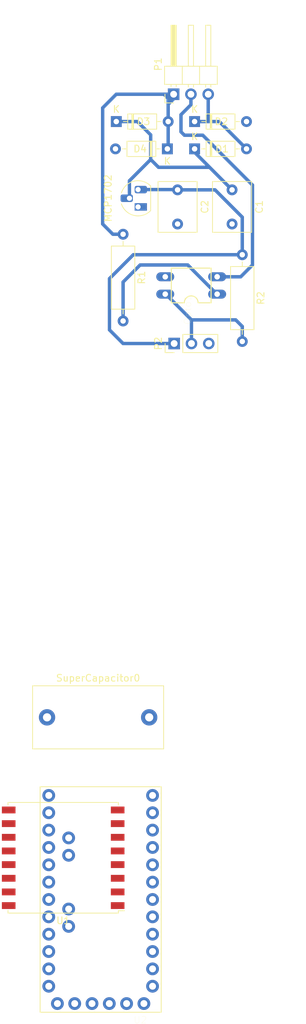
<source format=kicad_pcb>
(kicad_pcb (version 20171130) (host pcbnew "(5.1.9)-1")

  (general
    (thickness 1.6)
    (drawings 3)
    (tracks 67)
    (zones 0)
    (modules 15)
    (nets 41)
  )

  (page A4)
  (layers
    (0 F.Cu signal)
    (31 B.Cu signal)
    (32 B.Adhes user)
    (33 F.Adhes user)
    (34 B.Paste user hide)
    (35 F.Paste user)
    (36 B.SilkS user)
    (37 F.SilkS user)
    (38 B.Mask user)
    (39 F.Mask user)
    (40 Dwgs.User user)
    (41 Cmts.User user)
    (42 Eco1.User user)
    (43 Eco2.User user)
    (44 Edge.Cuts user)
    (45 Margin user)
    (46 B.CrtYd user hide)
    (47 F.CrtYd user hide)
    (48 B.Fab user)
    (49 F.Fab user hide)
  )

  (setup
    (last_trace_width 0.25)
    (user_trace_width 0.5)
    (user_trace_width 1)
    (trace_clearance 0.2)
    (zone_clearance 0.508)
    (zone_45_only no)
    (trace_min 0.2)
    (via_size 0.8)
    (via_drill 0.4)
    (via_min_size 0.4)
    (via_min_drill 0.3)
    (uvia_size 0.3)
    (uvia_drill 0.1)
    (uvias_allowed no)
    (uvia_min_size 0.2)
    (uvia_min_drill 0.1)
    (edge_width 0.05)
    (segment_width 0.2)
    (pcb_text_width 0.3)
    (pcb_text_size 1.5 1.5)
    (mod_edge_width 0.12)
    (mod_text_size 1 1)
    (mod_text_width 0.15)
    (pad_size 1.524 1.524)
    (pad_drill 0.762)
    (pad_to_mask_clearance 0)
    (aux_axis_origin 0 0)
    (visible_elements 7FFFFFFF)
    (pcbplotparams
      (layerselection 0x010fc_ffffffff)
      (usegerberextensions false)
      (usegerberattributes true)
      (usegerberadvancedattributes true)
      (creategerberjobfile true)
      (excludeedgelayer true)
      (linewidth 0.100000)
      (plotframeref false)
      (viasonmask false)
      (mode 1)
      (useauxorigin false)
      (hpglpennumber 1)
      (hpglpenspeed 20)
      (hpglpendiameter 15.000000)
      (psnegative false)
      (psa4output false)
      (plotreference true)
      (plotvalue true)
      (plotinvisibletext false)
      (padsonsilk false)
      (subtractmaskfromsilk false)
      (outputformat 1)
      (mirror false)
      (drillshape 1)
      (scaleselection 1)
      (outputdirectory ""))
  )

  (net 0 "")
  (net 1 "Net-(C1-Pad1)")
  (net 2 GNDREF)
  (net 3 Vcc)
  (net 4 A)
  (net 5 I2)
  (net 6 "Net-(Opto1-Pad1)")
  (net 7 InfoTIC)
  (net 8 I1)
  (net 9 MISO)
  (net 10 MOSI)
  (net 11 SCK)
  (net 12 NSS)
  (net 13 RST)
  (net 14 "Net-(U1-Pad7)")
  (net 15 "Net-(ATN1-Pad1)")
  (net 16 "Net-(U1-Pad11)")
  (net 17 "Net-(U1-Pad12)")
  (net 18 DIO0)
  (net 19 DIO1)
  (net 20 DIO2)
  (net 21 "Net-(U2-PadJP7_12)")
  (net 22 "Net-(U2-PadJP7_11)")
  (net 23 "Net-(U2-PadJP7_10)")
  (net 24 "Net-(U2-PadJP7_7)")
  (net 25 "Net-(U2-PadJP7_6)")
  (net 26 "Net-(U2-PadJP7_5)")
  (net 27 "Net-(U2-PadJP6_8)")
  (net 28 "Net-(U2-PadJP6_7)")
  (net 29 "Net-(U2-PadJP6_6)")
  (net 30 "Net-(U2-PadJP6_5)")
  (net 31 "Net-(U2-PadJP6_3)")
  (net 32 "Net-(U2-PadJP6_1)")
  (net 33 "Net-(U2-PadJP3_1)")
  (net 34 "Net-(U2-PadJP3_2)")
  (net 35 "Net-(U2-PadJP2_2)")
  (net 36 "Net-(U2-PadJP2_1)")
  (net 37 "Net-(U2-PadJP1_5)")
  (net 38 "Net-(U2-PadJP1_3)")
  (net 39 "Net-(U2-PadJP1_2)")
  (net 40 "Net-(U2-PadJP1_1)")

  (net_class Default "This is the default net class."
    (clearance 0.2)
    (trace_width 0.25)
    (via_dia 0.8)
    (via_drill 0.4)
    (uvia_dia 0.3)
    (uvia_drill 0.1)
    (add_net A)
    (add_net DIO0)
    (add_net DIO1)
    (add_net DIO2)
    (add_net GNDREF)
    (add_net I1)
    (add_net I2)
    (add_net InfoTIC)
    (add_net MISO)
    (add_net MOSI)
    (add_net NSS)
    (add_net "Net-(ATN1-Pad1)")
    (add_net "Net-(C1-Pad1)")
    (add_net "Net-(Opto1-Pad1)")
    (add_net "Net-(U1-Pad11)")
    (add_net "Net-(U1-Pad12)")
    (add_net "Net-(U1-Pad7)")
    (add_net "Net-(U2-PadJP1_1)")
    (add_net "Net-(U2-PadJP1_2)")
    (add_net "Net-(U2-PadJP1_3)")
    (add_net "Net-(U2-PadJP1_5)")
    (add_net "Net-(U2-PadJP2_1)")
    (add_net "Net-(U2-PadJP2_2)")
    (add_net "Net-(U2-PadJP3_1)")
    (add_net "Net-(U2-PadJP3_2)")
    (add_net "Net-(U2-PadJP6_1)")
    (add_net "Net-(U2-PadJP6_3)")
    (add_net "Net-(U2-PadJP6_5)")
    (add_net "Net-(U2-PadJP6_6)")
    (add_net "Net-(U2-PadJP6_7)")
    (add_net "Net-(U2-PadJP6_8)")
    (add_net "Net-(U2-PadJP7_10)")
    (add_net "Net-(U2-PadJP7_11)")
    (add_net "Net-(U2-PadJP7_12)")
    (add_net "Net-(U2-PadJP7_5)")
    (add_net "Net-(U2-PadJP7_6)")
    (add_net "Net-(U2-PadJP7_7)")
    (add_net RST)
    (add_net SCK)
    (add_net Vcc)
  )

  (module Capacitor_THT:C_Rect_L7.2mm_W5.5mm_P5.00mm_FKS2_FKP2_MKS2_MKP2 (layer F.Cu) (tedit 5AE50EF0) (tstamp 6065FA5F)
    (at 64 41 270)
    (descr "C, Rect series, Radial, pin pitch=5.00mm, , length*width=7.2*5.5mm^2, Capacitor, http://www.wima.com/EN/WIMA_FKS_2.pdf")
    (tags "C Rect series Radial pin pitch 5.00mm  length 7.2mm width 5.5mm Capacitor")
    (path /605F8543)
    (fp_text reference C2 (at 2.5 -4 90) (layer F.SilkS)
      (effects (font (size 1 1) (thickness 0.15)))
    )
    (fp_text value 1uF (at 2.5 4 90) (layer F.Fab) hide
      (effects (font (size 1 1) (thickness 0.15)))
    )
    (fp_line (start 6.35 -3) (end -1.35 -3) (layer F.CrtYd) (width 0.05))
    (fp_line (start 6.35 3) (end 6.35 -3) (layer F.CrtYd) (width 0.05))
    (fp_line (start -1.35 3) (end 6.35 3) (layer F.CrtYd) (width 0.05))
    (fp_line (start -1.35 -3) (end -1.35 3) (layer F.CrtYd) (width 0.05))
    (fp_line (start 6.22 -2.87) (end 6.22 2.87) (layer F.SilkS) (width 0.12))
    (fp_line (start -1.22 -2.87) (end -1.22 2.87) (layer F.SilkS) (width 0.12))
    (fp_line (start -1.22 2.87) (end 6.22 2.87) (layer F.SilkS) (width 0.12))
    (fp_line (start -1.22 -2.87) (end 6.22 -2.87) (layer F.SilkS) (width 0.12))
    (fp_line (start 6.1 -2.75) (end -1.1 -2.75) (layer F.Fab) (width 0.1))
    (fp_line (start 6.1 2.75) (end 6.1 -2.75) (layer F.Fab) (width 0.1))
    (fp_line (start -1.1 2.75) (end 6.1 2.75) (layer F.Fab) (width 0.1))
    (fp_line (start -1.1 -2.75) (end -1.1 2.75) (layer F.Fab) (width 0.1))
    (fp_text user %R (at 2.5 0 90) (layer F.Fab)
      (effects (font (size 1 1) (thickness 0.15)))
    )
    (pad 2 thru_hole circle (at 5 0 270) (size 1.6 1.6) (drill 0.8) (layers *.Cu *.Mask)
      (net 2 GNDREF))
    (pad 1 thru_hole circle (at 0 0 270) (size 1.6 1.6) (drill 0.8) (layers *.Cu *.Mask)
      (net 3 Vcc))
    (model ${KISYS3DMOD}/Capacitor_THT.3dshapes/C_Rect_L7.2mm_W5.5mm_P5.00mm_FKS2_FKP2_MKS2_MKP2.wrl
      (at (xyz 0 0 0))
      (scale (xyz 1 1 1))
      (rotate (xyz 0 0 0))
    )
  )

  (module Capacitor_THT:C_Rect_L7.2mm_W5.5mm_P5.00mm_FKS2_FKP2_MKS2_MKP2 (layer F.Cu) (tedit 5AE50EF0) (tstamp 6065F975)
    (at 72 41 270)
    (descr "C, Rect series, Radial, pin pitch=5.00mm, , length*width=7.2*5.5mm^2, Capacitor, http://www.wima.com/EN/WIMA_FKS_2.pdf")
    (tags "C Rect series Radial pin pitch 5.00mm  length 7.2mm width 5.5mm Capacitor")
    (path /605F7B07)
    (fp_text reference C1 (at 2.5 -4 90) (layer F.SilkS)
      (effects (font (size 1 1) (thickness 0.15)))
    )
    (fp_text value 1uF (at 2.5 4 90) (layer F.Fab)
      (effects (font (size 1 1) (thickness 0.15)))
    )
    (fp_line (start -1.1 -2.75) (end -1.1 2.75) (layer F.Fab) (width 0.1))
    (fp_line (start -1.1 2.75) (end 6.1 2.75) (layer F.Fab) (width 0.1))
    (fp_line (start 6.1 2.75) (end 6.1 -2.75) (layer F.Fab) (width 0.1))
    (fp_line (start 6.1 -2.75) (end -1.1 -2.75) (layer F.Fab) (width 0.1))
    (fp_line (start -1.22 -2.87) (end 6.22 -2.87) (layer F.SilkS) (width 0.12))
    (fp_line (start -1.22 2.87) (end 6.22 2.87) (layer F.SilkS) (width 0.12))
    (fp_line (start -1.22 -2.87) (end -1.22 2.87) (layer F.SilkS) (width 0.12))
    (fp_line (start 6.22 -2.87) (end 6.22 2.87) (layer F.SilkS) (width 0.12))
    (fp_line (start -1.35 -3) (end -1.35 3) (layer F.CrtYd) (width 0.05))
    (fp_line (start -1.35 3) (end 6.35 3) (layer F.CrtYd) (width 0.05))
    (fp_line (start 6.35 3) (end 6.35 -3) (layer F.CrtYd) (width 0.05))
    (fp_line (start 6.35 -3) (end -1.35 -3) (layer F.CrtYd) (width 0.05))
    (fp_text user %R (at 2.5 0 90) (layer F.Fab)
      (effects (font (size 1 1) (thickness 0.15)))
    )
    (pad 1 thru_hole circle (at 0 0 270) (size 1.6 1.6) (drill 0.8) (layers *.Cu *.Mask)
      (net 1 "Net-(C1-Pad1)"))
    (pad 2 thru_hole circle (at 5 0 270) (size 1.6 1.6) (drill 0.8) (layers *.Cu *.Mask)
      (net 2 GNDREF))
    (model ${KISYS3DMOD}/Capacitor_THT.3dshapes/C_Rect_L7.2mm_W5.5mm_P5.00mm_FKS2_FKP2_MKS2_MKP2.wrl
      (at (xyz 0 0 0))
      (scale (xyz 1 1 1))
      (rotate (xyz 0 0 0))
    )
  )

  (module Diode_THT:D_DO-35_SOD27_P7.62mm_Horizontal (layer F.Cu) (tedit 5AE50CD5) (tstamp 6065F8F4)
    (at 66.5 35)
    (descr "Diode, DO-35_SOD27 series, Axial, Horizontal, pin pitch=7.62mm, , length*diameter=4*2mm^2, , http://www.diodes.com/_files/packages/DO-35.pdf")
    (tags "Diode DO-35_SOD27 series Axial Horizontal pin pitch 7.62mm  length 4mm diameter 2mm")
    (path /605EA9E7)
    (fp_text reference D1 (at 4.0225 0) (layer F.SilkS)
      (effects (font (size 1 1) (thickness 0.15)))
    )
    (fp_text value 1N4148 (at 3.81 2.12) (layer F.Fab)
      (effects (font (size 1 1) (thickness 0.15)))
    )
    (fp_line (start 8.67 -1.25) (end -1.05 -1.25) (layer F.CrtYd) (width 0.05))
    (fp_line (start 8.67 1.25) (end 8.67 -1.25) (layer F.CrtYd) (width 0.05))
    (fp_line (start -1.05 1.25) (end 8.67 1.25) (layer F.CrtYd) (width 0.05))
    (fp_line (start -1.05 -1.25) (end -1.05 1.25) (layer F.CrtYd) (width 0.05))
    (fp_line (start 2.29 -1.12) (end 2.29 1.12) (layer F.SilkS) (width 0.12))
    (fp_line (start 2.53 -1.12) (end 2.53 1.12) (layer F.SilkS) (width 0.12))
    (fp_line (start 2.41 -1.12) (end 2.41 1.12) (layer F.SilkS) (width 0.12))
    (fp_line (start 6.58 0) (end 5.93 0) (layer F.SilkS) (width 0.12))
    (fp_line (start 1.04 0) (end 1.69 0) (layer F.SilkS) (width 0.12))
    (fp_line (start 5.93 -1.12) (end 1.69 -1.12) (layer F.SilkS) (width 0.12))
    (fp_line (start 5.93 1.12) (end 5.93 -1.12) (layer F.SilkS) (width 0.12))
    (fp_line (start 1.69 1.12) (end 5.93 1.12) (layer F.SilkS) (width 0.12))
    (fp_line (start 1.69 -1.12) (end 1.69 1.12) (layer F.SilkS) (width 0.12))
    (fp_line (start 2.31 -1) (end 2.31 1) (layer F.Fab) (width 0.1))
    (fp_line (start 2.51 -1) (end 2.51 1) (layer F.Fab) (width 0.1))
    (fp_line (start 2.41 -1) (end 2.41 1) (layer F.Fab) (width 0.1))
    (fp_line (start 7.62 0) (end 5.81 0) (layer F.Fab) (width 0.1))
    (fp_line (start 0 0) (end 1.81 0) (layer F.Fab) (width 0.1))
    (fp_line (start 5.81 -1) (end 1.81 -1) (layer F.Fab) (width 0.1))
    (fp_line (start 5.81 1) (end 5.81 -1) (layer F.Fab) (width 0.1))
    (fp_line (start 1.81 1) (end 5.81 1) (layer F.Fab) (width 0.1))
    (fp_line (start 1.81 -1) (end 1.81 1) (layer F.Fab) (width 0.1))
    (fp_text user K (at 0 -1.8) (layer F.SilkS)
      (effects (font (size 1 1) (thickness 0.15)))
    )
    (fp_text user K (at 0 -1.8) (layer F.Fab)
      (effects (font (size 1 1) (thickness 0.15)))
    )
    (fp_text user %R (at 4.11 0) (layer F.Fab)
      (effects (font (size 0.8 0.8) (thickness 0.12)))
    )
    (pad 2 thru_hole oval (at 7.62 0) (size 1.6 1.6) (drill 0.8) (layers *.Cu *.Mask)
      (net 4 A))
    (pad 1 thru_hole rect (at 0 0) (size 1.6 1.6) (drill 0.8) (layers *.Cu *.Mask)
      (net 1 "Net-(C1-Pad1)"))
    (model ${KISYS3DMOD}/Diode_THT.3dshapes/D_DO-35_SOD27_P7.62mm_Horizontal.wrl
      (at (xyz 0 0 0))
      (scale (xyz 1 1 1))
      (rotate (xyz 0 0 0))
    )
  )

  (module Diode_THT:D_DO-35_SOD27_P7.62mm_Horizontal (layer F.Cu) (tedit 5AE50CD5) (tstamp 6065F858)
    (at 66.5 31)
    (descr "Diode, DO-35_SOD27 series, Axial, Horizontal, pin pitch=7.62mm, , length*diameter=4*2mm^2, , http://www.diodes.com/_files/packages/DO-35.pdf")
    (tags "Diode DO-35_SOD27 series Axial Horizontal pin pitch 7.62mm  length 4mm diameter 2mm")
    (path /605EC4EF)
    (fp_text reference D2 (at 3.9285 0) (layer F.SilkS)
      (effects (font (size 1 1) (thickness 0.15)))
    )
    (fp_text value 1N4148 (at 3.81 2.12) (layer F.Fab)
      (effects (font (size 1 1) (thickness 0.15)))
    )
    (fp_line (start 1.81 -1) (end 1.81 1) (layer F.Fab) (width 0.1))
    (fp_line (start 1.81 1) (end 5.81 1) (layer F.Fab) (width 0.1))
    (fp_line (start 5.81 1) (end 5.81 -1) (layer F.Fab) (width 0.1))
    (fp_line (start 5.81 -1) (end 1.81 -1) (layer F.Fab) (width 0.1))
    (fp_line (start 0 0) (end 1.81 0) (layer F.Fab) (width 0.1))
    (fp_line (start 7.62 0) (end 5.81 0) (layer F.Fab) (width 0.1))
    (fp_line (start 2.41 -1) (end 2.41 1) (layer F.Fab) (width 0.1))
    (fp_line (start 2.51 -1) (end 2.51 1) (layer F.Fab) (width 0.1))
    (fp_line (start 2.31 -1) (end 2.31 1) (layer F.Fab) (width 0.1))
    (fp_line (start 1.69 -1.12) (end 1.69 1.12) (layer F.SilkS) (width 0.12))
    (fp_line (start 1.69 1.12) (end 5.93 1.12) (layer F.SilkS) (width 0.12))
    (fp_line (start 5.93 1.12) (end 5.93 -1.12) (layer F.SilkS) (width 0.12))
    (fp_line (start 5.93 -1.12) (end 1.69 -1.12) (layer F.SilkS) (width 0.12))
    (fp_line (start 1.04 0) (end 1.69 0) (layer F.SilkS) (width 0.12))
    (fp_line (start 6.58 0) (end 5.93 0) (layer F.SilkS) (width 0.12))
    (fp_line (start 2.41 -1.12) (end 2.41 1.12) (layer F.SilkS) (width 0.12))
    (fp_line (start 2.53 -1.12) (end 2.53 1.12) (layer F.SilkS) (width 0.12))
    (fp_line (start 2.29 -1.12) (end 2.29 1.12) (layer F.SilkS) (width 0.12))
    (fp_line (start -1.05 -1.25) (end -1.05 1.25) (layer F.CrtYd) (width 0.05))
    (fp_line (start -1.05 1.25) (end 8.67 1.25) (layer F.CrtYd) (width 0.05))
    (fp_line (start 8.67 1.25) (end 8.67 -1.25) (layer F.CrtYd) (width 0.05))
    (fp_line (start 8.67 -1.25) (end -1.05 -1.25) (layer F.CrtYd) (width 0.05))
    (fp_text user %R (at 4.11 0 180) (layer F.Fab)
      (effects (font (size 0.8 0.8) (thickness 0.12)))
    )
    (fp_text user K (at 0 -1.8) (layer F.Fab)
      (effects (font (size 1 1) (thickness 0.15)))
    )
    (fp_text user K (at 0 -1.8) (layer F.SilkS)
      (effects (font (size 1 1) (thickness 0.15)))
    )
    (pad 1 thru_hole rect (at 0 0) (size 1.6 1.6) (drill 0.8) (layers *.Cu *.Mask)
      (net 4 A))
    (pad 2 thru_hole oval (at 7.62 0) (size 1.6 1.6) (drill 0.8) (layers *.Cu *.Mask)
      (net 2 GNDREF))
    (model ${KISYS3DMOD}/Diode_THT.3dshapes/D_DO-35_SOD27_P7.62mm_Horizontal.wrl
      (at (xyz 0 0 0))
      (scale (xyz 1 1 1))
      (rotate (xyz 0 0 0))
    )
  )

  (module Diode_THT:D_DO-35_SOD27_P7.62mm_Horizontal (layer F.Cu) (tedit 5AE50CD5) (tstamp 6065F9B7)
    (at 55 31)
    (descr "Diode, DO-35_SOD27 series, Axial, Horizontal, pin pitch=7.62mm, , length*diameter=4*2mm^2, , http://www.diodes.com/_files/packages/DO-35.pdf")
    (tags "Diode DO-35_SOD27 series Axial Horizontal pin pitch 7.62mm  length 4mm diameter 2mm")
    (path /6062B97F)
    (fp_text reference D3 (at 4 0) (layer F.SilkS)
      (effects (font (size 1 1) (thickness 0.15)))
    )
    (fp_text value 1N4148 (at 3.81 2.12) (layer F.Fab)
      (effects (font (size 1 1) (thickness 0.15)))
    )
    (fp_line (start 8.67 -1.25) (end -1.05 -1.25) (layer F.CrtYd) (width 0.05))
    (fp_line (start 8.67 1.25) (end 8.67 -1.25) (layer F.CrtYd) (width 0.05))
    (fp_line (start -1.05 1.25) (end 8.67 1.25) (layer F.CrtYd) (width 0.05))
    (fp_line (start -1.05 -1.25) (end -1.05 1.25) (layer F.CrtYd) (width 0.05))
    (fp_line (start 2.29 -1.12) (end 2.29 1.12) (layer F.SilkS) (width 0.12))
    (fp_line (start 2.53 -1.12) (end 2.53 1.12) (layer F.SilkS) (width 0.12))
    (fp_line (start 2.41 -1.12) (end 2.41 1.12) (layer F.SilkS) (width 0.12))
    (fp_line (start 6.58 0) (end 5.93 0) (layer F.SilkS) (width 0.12))
    (fp_line (start 1.04 0) (end 1.69 0) (layer F.SilkS) (width 0.12))
    (fp_line (start 5.93 -1.12) (end 1.69 -1.12) (layer F.SilkS) (width 0.12))
    (fp_line (start 5.93 1.12) (end 5.93 -1.12) (layer F.SilkS) (width 0.12))
    (fp_line (start 1.69 1.12) (end 5.93 1.12) (layer F.SilkS) (width 0.12))
    (fp_line (start 1.69 -1.12) (end 1.69 1.12) (layer F.SilkS) (width 0.12))
    (fp_line (start 2.31 -1) (end 2.31 1) (layer F.Fab) (width 0.1))
    (fp_line (start 2.51 -1) (end 2.51 1) (layer F.Fab) (width 0.1))
    (fp_line (start 2.41 -1) (end 2.41 1) (layer F.Fab) (width 0.1))
    (fp_line (start 7.62 0) (end 5.81 0) (layer F.Fab) (width 0.1))
    (fp_line (start 0 0) (end 1.81 0) (layer F.Fab) (width 0.1))
    (fp_line (start 5.81 -1) (end 1.81 -1) (layer F.Fab) (width 0.1))
    (fp_line (start 5.81 1) (end 5.81 -1) (layer F.Fab) (width 0.1))
    (fp_line (start 1.81 1) (end 5.81 1) (layer F.Fab) (width 0.1))
    (fp_line (start 1.81 -1) (end 1.81 1) (layer F.Fab) (width 0.1))
    (fp_text user K (at 0 -1.8) (layer F.SilkS)
      (effects (font (size 1 1) (thickness 0.15)))
    )
    (fp_text user K (at 0 -1.8) (layer F.Fab)
      (effects (font (size 1 1) (thickness 0.15)))
    )
    (fp_text user %R (at 4.11 0) (layer F.Fab)
      (effects (font (size 0.8 0.8) (thickness 0.12)))
    )
    (pad 2 thru_hole oval (at 7.62 0) (size 1.6 1.6) (drill 0.8) (layers *.Cu *.Mask)
      (net 8 I1))
    (pad 1 thru_hole rect (at 0 0) (size 1.6 1.6) (drill 0.8) (layers *.Cu *.Mask)
      (net 1 "Net-(C1-Pad1)"))
    (model ${KISYS3DMOD}/Diode_THT.3dshapes/D_DO-35_SOD27_P7.62mm_Horizontal.wrl
      (at (xyz 0 0 0))
      (scale (xyz 1 1 1))
      (rotate (xyz 0 0 0))
    )
  )

  (module Diode_THT:D_DO-35_SOD27_P7.62mm_Horizontal (layer F.Cu) (tedit 5AE50CD5) (tstamp 6065FA11)
    (at 62.5 35 180)
    (descr "Diode, DO-35_SOD27 series, Axial, Horizontal, pin pitch=7.62mm, , length*diameter=4*2mm^2, , http://www.diodes.com/_files/packages/DO-35.pdf")
    (tags "Diode DO-35_SOD27 series Axial Horizontal pin pitch 7.62mm  length 4mm diameter 2mm")
    (path /6062B979)
    (fp_text reference D4 (at 4 0) (layer F.SilkS)
      (effects (font (size 1 1) (thickness 0.15)))
    )
    (fp_text value 1N4148 (at 3.81 2.12) (layer F.Fab)
      (effects (font (size 1 1) (thickness 0.15)))
    )
    (fp_line (start 1.81 -1) (end 1.81 1) (layer F.Fab) (width 0.1))
    (fp_line (start 1.81 1) (end 5.81 1) (layer F.Fab) (width 0.1))
    (fp_line (start 5.81 1) (end 5.81 -1) (layer F.Fab) (width 0.1))
    (fp_line (start 5.81 -1) (end 1.81 -1) (layer F.Fab) (width 0.1))
    (fp_line (start 0 0) (end 1.81 0) (layer F.Fab) (width 0.1))
    (fp_line (start 7.62 0) (end 5.81 0) (layer F.Fab) (width 0.1))
    (fp_line (start 2.41 -1) (end 2.41 1) (layer F.Fab) (width 0.1))
    (fp_line (start 2.51 -1) (end 2.51 1) (layer F.Fab) (width 0.1))
    (fp_line (start 2.31 -1) (end 2.31 1) (layer F.Fab) (width 0.1))
    (fp_line (start 1.69 -1.12) (end 1.69 1.12) (layer F.SilkS) (width 0.12))
    (fp_line (start 1.69 1.12) (end 5.93 1.12) (layer F.SilkS) (width 0.12))
    (fp_line (start 5.93 1.12) (end 5.93 -1.12) (layer F.SilkS) (width 0.12))
    (fp_line (start 5.93 -1.12) (end 1.69 -1.12) (layer F.SilkS) (width 0.12))
    (fp_line (start 1.04 0) (end 1.69 0) (layer F.SilkS) (width 0.12))
    (fp_line (start 6.58 0) (end 5.93 0) (layer F.SilkS) (width 0.12))
    (fp_line (start 2.41 -1.12) (end 2.41 1.12) (layer F.SilkS) (width 0.12))
    (fp_line (start 2.53 -1.12) (end 2.53 1.12) (layer F.SilkS) (width 0.12))
    (fp_line (start 2.29 -1.12) (end 2.29 1.12) (layer F.SilkS) (width 0.12))
    (fp_line (start -1.05 -1.25) (end -1.05 1.25) (layer F.CrtYd) (width 0.05))
    (fp_line (start -1.05 1.25) (end 8.67 1.25) (layer F.CrtYd) (width 0.05))
    (fp_line (start 8.67 1.25) (end 8.67 -1.25) (layer F.CrtYd) (width 0.05))
    (fp_line (start 8.67 -1.25) (end -1.05 -1.25) (layer F.CrtYd) (width 0.05))
    (fp_text user %R (at 4.11 0) (layer F.Fab)
      (effects (font (size 0.8 0.8) (thickness 0.12)))
    )
    (fp_text user K (at 0 -1.8) (layer F.Fab)
      (effects (font (size 1 1) (thickness 0.15)))
    )
    (fp_text user K (at 0 -1.8) (layer F.SilkS)
      (effects (font (size 1 1) (thickness 0.15)))
    )
    (pad 1 thru_hole rect (at 0 0 180) (size 1.6 1.6) (drill 0.8) (layers *.Cu *.Mask)
      (net 8 I1))
    (pad 2 thru_hole oval (at 7.62 0 180) (size 1.6 1.6) (drill 0.8) (layers *.Cu *.Mask)
      (net 2 GNDREF))
    (model ${KISYS3DMOD}/Diode_THT.3dshapes/D_DO-35_SOD27_P7.62mm_Horizontal.wrl
      (at (xyz 0 0 0))
      (scale (xyz 1 1 1))
      (rotate (xyz 0 0 0))
    )
  )

  (module Package_TO_SOT_THT:TO-92_HandSolder (layer F.Cu) (tedit 5A282C46) (tstamp 6065F941)
    (at 58.2 43.5 90)
    (descr "TO-92 leads molded, narrow, drill 0.75mm, handsoldering variant with enlarged pads (see NXP sot054_po.pdf)")
    (tags "to-92 sc-43 sc-43a sot54 PA33 transistor")
    (path /606E4B38)
    (fp_text reference MCP1702 (at 1.27 -4.4 90) (layer F.SilkS)
      (effects (font (size 1 1) (thickness 0.15)))
    )
    (fp_text value MCP1702 (at 1.27 2.79 90) (layer F.Fab) hide
      (effects (font (size 1 1) (thickness 0.15)))
    )
    (fp_line (start -0.53 1.85) (end 3.07 1.85) (layer F.SilkS) (width 0.12))
    (fp_line (start -0.5 1.75) (end 3 1.75) (layer F.Fab) (width 0.1))
    (fp_line (start -1.46 -3.05) (end 4 -3.05) (layer F.CrtYd) (width 0.05))
    (fp_line (start -1.46 -3.05) (end -1.46 2.01) (layer F.CrtYd) (width 0.05))
    (fp_line (start 4 2.01) (end 4 -3.05) (layer F.CrtYd) (width 0.05))
    (fp_line (start 4 2.01) (end -1.46 2.01) (layer F.CrtYd) (width 0.05))
    (fp_text user %R (at 1.27 0 90) (layer F.Fab) hide
      (effects (font (size 1 1) (thickness 0.15)))
    )
    (fp_arc (start 1.27 0) (end 1.27 -2.48) (angle 135) (layer F.Fab) (width 0.1))
    (fp_arc (start 1.27 0) (end 0.45 -2.45) (angle -116.9632683) (layer F.SilkS) (width 0.12))
    (fp_arc (start 1.27 0) (end 1.27 -2.48) (angle -135) (layer F.Fab) (width 0.1))
    (fp_arc (start 1.27 0) (end 2.05 -2.45) (angle 117.6433766) (layer F.SilkS) (width 0.12))
    (pad 2 thru_hole roundrect (at 1.27 -1.27 90) (size 1.1 1.8) (drill 0.75 (offset 0 -0.4)) (layers *.Cu *.Mask) (roundrect_rratio 0.25)
      (net 1 "Net-(C1-Pad1)"))
    (pad 3 thru_hole roundrect (at 2.54 0 90) (size 1.1 1.8) (drill 0.75 (offset 0 0.4)) (layers *.Cu *.Mask) (roundrect_rratio 0.25)
      (net 3 Vcc))
    (pad 1 thru_hole rect (at 0 0 90) (size 1.1 1.8) (drill 0.75 (offset 0 0.4)) (layers *.Cu *.Mask)
      (net 2 GNDREF))
    (model ${KISYS3DMOD}/Package_TO_SOT_THT.3dshapes/TO-92.wrl
      (at (xyz 0 0 0))
      (scale (xyz 1 1 1))
      (rotate (xyz 0 0 0))
    )
  )

  (module PC814:DIL04 (layer F.Cu) (tedit 60227CC4) (tstamp 6065F820)
    (at 66 55 90)
    (descr "<b>Dual In Line Package</b>")
    (path /605E26C5)
    (fp_text reference Opto1 (at -3.55644 -0.50807 270) (layer F.SilkS)
      (effects (font (size 1.000126 1.000126) (thickness 0.015)))
    )
    (fp_text value PC814 (at 3.559965 -0.254275 270) (layer F.Fab)
      (effects (font (size 1.00111 1.00111) (thickness 0.015)))
    )
    (fp_line (start 2.54 -2.921) (end -2.54 -2.921) (layer F.SilkS) (width 0.1524))
    (fp_line (start -2.54 2.921) (end 2.54 2.921) (layer F.SilkS) (width 0.1524))
    (fp_line (start 2.54 -2.921) (end 2.54 2.921) (layer F.SilkS) (width 0.1524))
    (fp_line (start -2.54 -2.921) (end -2.54 -1.016) (layer F.SilkS) (width 0.1524))
    (fp_line (start -2.54 2.921) (end -2.54 1.016) (layer F.SilkS) (width 0.1524))
    (fp_arc (start -2.54 0) (end -2.54 1.016) (angle -180) (layer F.SilkS) (width 0.1524))
    (pad 1 thru_hole oval (at -1.27 3.81 90) (size 1.3208 2.6416) (drill 0.8128) (layers *.Cu *.Mask)
      (net 6 "Net-(Opto1-Pad1)"))
    (pad 2 thru_hole oval (at 1.27 3.81 90) (size 1.3208 2.6416) (drill 0.8128) (layers *.Cu *.Mask)
      (net 5 I2))
    (pad 3 thru_hole oval (at 1.27 -3.81 90) (size 1.3208 2.6416) (drill 0.8128) (layers *.Cu *.Mask)
      (net 2 GNDREF))
    (pad 4 thru_hole oval (at -1.27 -3.81 90) (size 1.3208 2.6416) (drill 0.8128) (layers *.Cu *.Mask)
      (net 7 InfoTIC))
  )

  (module Resistor_THT:R_Axial_DIN0309_L9.0mm_D3.2mm_P12.70mm_Horizontal (layer F.Cu) (tedit 5AE5139B) (tstamp 6065F7E7)
    (at 56 47.5 270)
    (descr "Resistor, Axial_DIN0309 series, Axial, Horizontal, pin pitch=12.7mm, 0.5W = 1/2W, length*diameter=9*3.2mm^2, http://cdn-reichelt.de/documents/datenblatt/B400/1_4W%23YAG.pdf")
    (tags "Resistor Axial_DIN0309 series Axial Horizontal pin pitch 12.7mm 0.5W = 1/2W length 9mm diameter 3.2mm")
    (path /605E8509)
    (fp_text reference R1 (at 6.35 -2.72 90) (layer F.SilkS)
      (effects (font (size 1 1) (thickness 0.15)))
    )
    (fp_text value 1.2K (at 6.35 2.72 90) (layer F.Fab)
      (effects (font (size 1 1) (thickness 0.15)))
    )
    (fp_line (start 1.85 -1.6) (end 1.85 1.6) (layer F.Fab) (width 0.1))
    (fp_line (start 1.85 1.6) (end 10.85 1.6) (layer F.Fab) (width 0.1))
    (fp_line (start 10.85 1.6) (end 10.85 -1.6) (layer F.Fab) (width 0.1))
    (fp_line (start 10.85 -1.6) (end 1.85 -1.6) (layer F.Fab) (width 0.1))
    (fp_line (start 0 0) (end 1.85 0) (layer F.Fab) (width 0.1))
    (fp_line (start 12.7 0) (end 10.85 0) (layer F.Fab) (width 0.1))
    (fp_line (start 1.73 -1.72) (end 1.73 1.72) (layer F.SilkS) (width 0.12))
    (fp_line (start 1.73 1.72) (end 10.97 1.72) (layer F.SilkS) (width 0.12))
    (fp_line (start 10.97 1.72) (end 10.97 -1.72) (layer F.SilkS) (width 0.12))
    (fp_line (start 10.97 -1.72) (end 1.73 -1.72) (layer F.SilkS) (width 0.12))
    (fp_line (start 1.04 0) (end 1.73 0) (layer F.SilkS) (width 0.12))
    (fp_line (start 11.66 0) (end 10.97 0) (layer F.SilkS) (width 0.12))
    (fp_line (start -1.05 -1.85) (end -1.05 1.85) (layer F.CrtYd) (width 0.05))
    (fp_line (start -1.05 1.85) (end 13.75 1.85) (layer F.CrtYd) (width 0.05))
    (fp_line (start 13.75 1.85) (end 13.75 -1.85) (layer F.CrtYd) (width 0.05))
    (fp_line (start 13.75 -1.85) (end -1.05 -1.85) (layer F.CrtYd) (width 0.05))
    (fp_text user %R (at 6.35 0 90) (layer F.Fab)
      (effects (font (size 1 1) (thickness 0.15)))
    )
    (pad 1 thru_hole circle (at 0 0 270) (size 1.6 1.6) (drill 0.8) (layers *.Cu *.Mask)
      (net 8 I1))
    (pad 2 thru_hole oval (at 12.7 0 270) (size 1.6 1.6) (drill 0.8) (layers *.Cu *.Mask)
      (net 6 "Net-(Opto1-Pad1)"))
    (model ${KISYS3DMOD}/Resistor_THT.3dshapes/R_Axial_DIN0309_L9.0mm_D3.2mm_P12.70mm_Horizontal.wrl
      (at (xyz 0 0 0))
      (scale (xyz 1 1 1))
      (rotate (xyz 0 0 0))
    )
  )

  (module Resistor_THT:R_Axial_DIN0309_L9.0mm_D3.2mm_P12.70mm_Horizontal (layer F.Cu) (tedit 5AE5139B) (tstamp 6065F8AA)
    (at 73.5 50.5 270)
    (descr "Resistor, Axial_DIN0309 series, Axial, Horizontal, pin pitch=12.7mm, 0.5W = 1/2W, length*diameter=9*3.2mm^2, http://cdn-reichelt.de/documents/datenblatt/B400/1_4W%23YAG.pdf")
    (tags "Resistor Axial_DIN0309 series Axial Horizontal pin pitch 12.7mm 0.5W = 1/2W length 9mm diameter 3.2mm")
    (path /605E9F49)
    (fp_text reference R2 (at 6.35 -2.72 90) (layer F.SilkS)
      (effects (font (size 1 1) (thickness 0.15)))
    )
    (fp_text value 3.3K (at 6.35 2.72 90) (layer F.Fab)
      (effects (font (size 1 1) (thickness 0.15)))
    )
    (fp_line (start 13.75 -1.85) (end -1.05 -1.85) (layer F.CrtYd) (width 0.05))
    (fp_line (start 13.75 1.85) (end 13.75 -1.85) (layer F.CrtYd) (width 0.05))
    (fp_line (start -1.05 1.85) (end 13.75 1.85) (layer F.CrtYd) (width 0.05))
    (fp_line (start -1.05 -1.85) (end -1.05 1.85) (layer F.CrtYd) (width 0.05))
    (fp_line (start 11.66 0) (end 10.97 0) (layer F.SilkS) (width 0.12))
    (fp_line (start 1.04 0) (end 1.73 0) (layer F.SilkS) (width 0.12))
    (fp_line (start 10.97 -1.72) (end 1.73 -1.72) (layer F.SilkS) (width 0.12))
    (fp_line (start 10.97 1.72) (end 10.97 -1.72) (layer F.SilkS) (width 0.12))
    (fp_line (start 1.73 1.72) (end 10.97 1.72) (layer F.SilkS) (width 0.12))
    (fp_line (start 1.73 -1.72) (end 1.73 1.72) (layer F.SilkS) (width 0.12))
    (fp_line (start 12.7 0) (end 10.85 0) (layer F.Fab) (width 0.1))
    (fp_line (start 0 0) (end 1.85 0) (layer F.Fab) (width 0.1))
    (fp_line (start 10.85 -1.6) (end 1.85 -1.6) (layer F.Fab) (width 0.1))
    (fp_line (start 10.85 1.6) (end 10.85 -1.6) (layer F.Fab) (width 0.1))
    (fp_line (start 1.85 1.6) (end 10.85 1.6) (layer F.Fab) (width 0.1))
    (fp_line (start 1.85 -1.6) (end 1.85 1.6) (layer F.Fab) (width 0.1))
    (fp_text user %R (at 6.35 0 90) (layer F.Fab)
      (effects (font (size 1 1) (thickness 0.15)))
    )
    (pad 2 thru_hole oval (at 12.7 0 270) (size 1.6 1.6) (drill 0.8) (layers *.Cu *.Mask)
      (net 7 InfoTIC))
    (pad 1 thru_hole circle (at 0 0 270) (size 1.6 1.6) (drill 0.8) (layers *.Cu *.Mask)
      (net 3 Vcc))
    (model ${KISYS3DMOD}/Resistor_THT.3dshapes/R_Axial_DIN0309_L9.0mm_D3.2mm_P12.70mm_Horizontal.wrl
      (at (xyz 0 0 0))
      (scale (xyz 1 1 1))
      (rotate (xyz 0 0 0))
    )
  )

  (module Capacitor_THT:C_Rect_L19.0mm_W9.0mm_P15.00mm_MKS4 (layer F.Cu) (tedit 5AE50EF0) (tstamp 60656E69)
    (at 44.831 118.237)
    (descr "C, Rect series, Radial, pin pitch=15.00mm, , length*width=19*9mm^2, Capacitor, http://www.wima.com/EN/WIMA_MKS_4.pdf")
    (tags "C Rect series Radial pin pitch 15.00mm  length 19mm width 9mm Capacitor")
    (path /6060122F)
    (fp_text reference SuperCapacitor0 (at 7.5 -5.75) (layer F.SilkS)
      (effects (font (size 1 1) (thickness 0.15)))
    )
    (fp_text value 0.5F (at 7.5 5.75) (layer F.Fab)
      (effects (font (size 1 1) (thickness 0.15)))
    )
    (fp_line (start -2 -4.5) (end -2 4.5) (layer F.Fab) (width 0.1))
    (fp_line (start -2 4.5) (end 17 4.5) (layer F.Fab) (width 0.1))
    (fp_line (start 17 4.5) (end 17 -4.5) (layer F.Fab) (width 0.1))
    (fp_line (start 17 -4.5) (end -2 -4.5) (layer F.Fab) (width 0.1))
    (fp_line (start -2.12 -4.62) (end 17.12 -4.62) (layer F.SilkS) (width 0.12))
    (fp_line (start -2.12 4.62) (end 17.12 4.62) (layer F.SilkS) (width 0.12))
    (fp_line (start -2.12 -4.62) (end -2.12 4.62) (layer F.SilkS) (width 0.12))
    (fp_line (start 17.12 -4.62) (end 17.12 4.62) (layer F.SilkS) (width 0.12))
    (fp_line (start -2.25 -4.75) (end -2.25 4.75) (layer F.CrtYd) (width 0.05))
    (fp_line (start -2.25 4.75) (end 17.25 4.75) (layer F.CrtYd) (width 0.05))
    (fp_line (start 17.25 4.75) (end 17.25 -4.75) (layer F.CrtYd) (width 0.05))
    (fp_line (start 17.25 -4.75) (end -2.25 -4.75) (layer F.CrtYd) (width 0.05))
    (fp_text user %R (at 7.5 0) (layer F.Fab)
      (effects (font (size 1 1) (thickness 0.15)))
    )
    (pad 1 thru_hole circle (at 0 0) (size 2.4 2.4) (drill 1.2) (layers *.Cu *.Mask)
      (net 3 Vcc))
    (pad 2 thru_hole circle (at 15 0) (size 2.4 2.4) (drill 1.2) (layers *.Cu *.Mask)
      (net 2 GNDREF))
    (model ${KISYS3DMOD}/Capacitor_THT.3dshapes/C_Rect_L19.0mm_W9.0mm_P15.00mm_MKS4.wrl
      (at (xyz 0 0 0))
      (scale (xyz 1 1 1))
      (rotate (xyz 0 0 0))
    )
  )

  (module RF_Module:HOPERF_RFM9XW_SMD (layer F.Cu) (tedit 5C227243) (tstamp 60656E8E)
    (at 47.2 138.8 180)
    (descr "Low Power Long Range Transceiver Module SMD-16 (https://www.hoperf.com/data/upload/portal/20181127/5bfcbea20e9ef.pdf)")
    (tags "LoRa Low Power Long Range Transceiver Module")
    (path /605FE905)
    (attr smd)
    (fp_text reference U1 (at 0 -9.2) (layer F.SilkS)
      (effects (font (size 1 1) (thickness 0.15)))
    )
    (fp_text value RFM95 (at 0 9.5) (layer F.Fab)
      (effects (font (size 1 1) (thickness 0.15)))
    )
    (fp_line (start -7 -8) (end 8 -8) (layer F.Fab) (width 0.1))
    (fp_line (start 8 8) (end 8 -8) (layer F.Fab) (width 0.1))
    (fp_line (start -8 8) (end 8 8) (layer F.Fab) (width 0.1))
    (fp_line (start -8 8) (end -8 -7) (layer F.Fab) (width 0.1))
    (fp_line (start -9.25 -8.25) (end 9.25 -8.25) (layer F.CrtYd) (width 0.05))
    (fp_line (start 9.25 -8.25) (end 9.25 8.25) (layer F.CrtYd) (width 0.05))
    (fp_line (start -9.25 8.25) (end 9.25 8.25) (layer F.CrtYd) (width 0.05))
    (fp_line (start -9.25 8.25) (end -9.25 -8.25) (layer F.CrtYd) (width 0.05))
    (fp_line (start -8.1 -8.1) (end 8.1 -8.1) (layer F.SilkS) (width 0.12))
    (fp_line (start 8.1 -8.1) (end 8.1 -7.7) (layer F.SilkS) (width 0.12))
    (fp_line (start -8.1 7.7) (end -8.1 8.1) (layer F.SilkS) (width 0.12))
    (fp_line (start -8.1 8.1) (end 8.1 8.1) (layer F.SilkS) (width 0.12))
    (fp_line (start 8.1 8.1) (end 8.1 7.7) (layer F.SilkS) (width 0.12))
    (fp_line (start -8.1 -8.1) (end -8.1 -7.75) (layer F.SilkS) (width 0.12))
    (fp_line (start -8.1 -7.75) (end -9 -7.75) (layer F.SilkS) (width 0.12))
    (fp_line (start -7 -8) (end -8 -7) (layer F.Fab) (width 0.1))
    (fp_text user %R (at 0 0) (layer F.Fab)
      (effects (font (size 1 1) (thickness 0.15)))
    )
    (pad 1 smd rect (at -8 -7 180) (size 2 1) (layers F.Cu F.Paste F.Mask)
      (net 2 GNDREF))
    (pad 2 smd rect (at -8 -5 180) (size 2 1) (layers F.Cu F.Paste F.Mask)
      (net 9 MISO))
    (pad 3 smd rect (at -8 -3 180) (size 2 1) (layers F.Cu F.Paste F.Mask)
      (net 10 MOSI))
    (pad 4 smd rect (at -8 -1 180) (size 2 1) (layers F.Cu F.Paste F.Mask)
      (net 11 SCK))
    (pad 5 smd rect (at -8 1 180) (size 2 1) (layers F.Cu F.Paste F.Mask)
      (net 12 NSS))
    (pad 6 smd rect (at -8 3 180) (size 2 1) (layers F.Cu F.Paste F.Mask)
      (net 13 RST))
    (pad 7 smd rect (at -8 5 180) (size 2 1) (layers F.Cu F.Paste F.Mask)
      (net 14 "Net-(U1-Pad7)"))
    (pad 8 smd rect (at -8 7 180) (size 2 1) (layers F.Cu F.Paste F.Mask)
      (net 2 GNDREF))
    (pad 9 smd rect (at 8 7 180) (size 2 1) (layers F.Cu F.Paste F.Mask)
      (net 15 "Net-(ATN1-Pad1)"))
    (pad 10 smd rect (at 8 5 180) (size 2 1) (layers F.Cu F.Paste F.Mask)
      (net 2 GNDREF))
    (pad 11 smd rect (at 8 3 180) (size 2 1) (layers F.Cu F.Paste F.Mask)
      (net 16 "Net-(U1-Pad11)"))
    (pad 12 smd rect (at 8 1 180) (size 2 1) (layers F.Cu F.Paste F.Mask)
      (net 17 "Net-(U1-Pad12)"))
    (pad 13 smd rect (at 8 -1 180) (size 2 1) (layers F.Cu F.Paste F.Mask)
      (net 3 Vcc))
    (pad 14 smd rect (at 8 -3 180) (size 2 1) (layers F.Cu F.Paste F.Mask)
      (net 18 DIO0))
    (pad 15 smd rect (at 8 -5 180) (size 2 1) (layers F.Cu F.Paste F.Mask)
      (net 19 DIO1))
    (pad 16 smd rect (at 8 -7 180) (size 2 1) (layers F.Cu F.Paste F.Mask)
      (net 20 DIO2))
    (model ${KISYS3DMOD}/RF_Module.3dshapes/HOPERF_RFM9XW_SMD.wrl
      (at (xyz 0 0 0))
      (scale (xyz 1 1 1))
      (rotate (xyz 0 0 0))
    )
  )

  (module ARDUINO_PRO_MINI:MODULE_ARDUINO_PRO_MINI (layer F.Cu) (tedit 60215E2F) (tstamp 60656EC0)
    (at 52.705 144.907 180)
    (path /605CF721)
    (fp_text reference U2 (at -5.825 -17.635) (layer F.SilkS)
      (effects (font (size 1 1) (thickness 0.015)))
    )
    (fp_text value ARDUINO_PRO_MINI (at 5.605 17.865) (layer F.Fab)
      (effects (font (size 1 1) (thickness 0.015)))
    )
    (fp_line (start -8.89 -16.51) (end -8.89 16.51) (layer F.SilkS) (width 0.127))
    (fp_line (start -8.89 16.51) (end 8.89 16.51) (layer F.SilkS) (width 0.127))
    (fp_line (start 8.89 16.51) (end 8.89 -16.51) (layer F.SilkS) (width 0.127))
    (fp_line (start 8.89 -16.51) (end -8.89 -16.51) (layer F.SilkS) (width 0.127))
    (fp_line (start -8.89 -16.51) (end -8.89 16.51) (layer F.Fab) (width 0.127))
    (fp_line (start -8.89 16.51) (end 8.89 16.51) (layer F.Fab) (width 0.127))
    (fp_line (start 8.89 16.51) (end 8.89 -16.51) (layer F.Fab) (width 0.127))
    (fp_line (start 8.89 -16.51) (end -8.89 -16.51) (layer F.Fab) (width 0.127))
    (fp_line (start -9.14 -16.76) (end 9.14 -16.76) (layer F.CrtYd) (width 0.05))
    (fp_line (start 9.14 -16.76) (end 9.14 16.76) (layer F.CrtYd) (width 0.05))
    (fp_line (start 9.14 16.76) (end -9.14 16.76) (layer F.CrtYd) (width 0.05))
    (fp_line (start -9.14 16.76) (end -9.14 -16.76) (layer F.CrtYd) (width 0.05))
    (pad JP7_12 thru_hole circle (at -7.62 -12.7 180) (size 1.8796 1.8796) (drill 1.016) (layers *.Cu *.Mask)
      (net 21 "Net-(U2-PadJP7_12)"))
    (pad JP7_11 thru_hole circle (at -7.62 -10.16 180) (size 1.8796 1.8796) (drill 1.016) (layers *.Cu *.Mask)
      (net 22 "Net-(U2-PadJP7_11)"))
    (pad JP7_10 thru_hole circle (at -7.62 -7.62 180) (size 1.8796 1.8796) (drill 1.016) (layers *.Cu *.Mask)
      (net 23 "Net-(U2-PadJP7_10)"))
    (pad JP7_9 thru_hole circle (at -7.62 -5.08 180) (size 1.8796 1.8796) (drill 1.016) (layers *.Cu *.Mask)
      (net 2 GNDREF))
    (pad JP7_8 thru_hole circle (at -7.62 -2.54 180) (size 1.8796 1.8796) (drill 1.016) (layers *.Cu *.Mask)
      (net 18 DIO0))
    (pad JP7_7 thru_hole circle (at -7.62 0 180) (size 1.8796 1.8796) (drill 1.016) (layers *.Cu *.Mask)
      (net 24 "Net-(U2-PadJP7_7)"))
    (pad JP7_6 thru_hole circle (at -7.62 2.54 180) (size 1.8796 1.8796) (drill 1.016) (layers *.Cu *.Mask)
      (net 25 "Net-(U2-PadJP7_6)"))
    (pad JP7_5 thru_hole circle (at -7.62 5.08 180) (size 1.8796 1.8796) (drill 1.016) (layers *.Cu *.Mask)
      (net 26 "Net-(U2-PadJP7_5)"))
    (pad JP7_4 thru_hole circle (at -7.62 7.62 180) (size 1.8796 1.8796) (drill 1.016) (layers *.Cu *.Mask)
      (net 7 InfoTIC))
    (pad JP7_3 thru_hole circle (at -7.62 10.16 180) (size 1.8796 1.8796) (drill 1.016) (layers *.Cu *.Mask)
      (net 19 DIO1))
    (pad JP7_2 thru_hole circle (at -7.62 12.7 180) (size 1.8796 1.8796) (drill 1.016) (layers *.Cu *.Mask)
      (net 13 RST))
    (pad JP7_1 thru_hole circle (at -7.62 15.24 180) (size 1.8796 1.8796) (drill 1.016) (layers *.Cu *.Mask)
      (net 20 DIO2))
    (pad JP6_12 thru_hole circle (at 7.62 15.24 180) (size 1.8796 1.8796) (drill 1.016) (layers *.Cu *.Mask)
      (net 12 NSS))
    (pad JP6_11 thru_hole circle (at 7.62 12.7 180) (size 1.8796 1.8796) (drill 1.016) (layers *.Cu *.Mask)
      (net 10 MOSI))
    (pad JP6_10 thru_hole circle (at 7.62 10.16 180) (size 1.8796 1.8796) (drill 1.016) (layers *.Cu *.Mask)
      (net 9 MISO))
    (pad JP6_9 thru_hole circle (at 7.62 7.62 180) (size 1.8796 1.8796) (drill 1.016) (layers *.Cu *.Mask)
      (net 11 SCK))
    (pad JP6_8 thru_hole circle (at 7.62 5.08 180) (size 1.8796 1.8796) (drill 1.016) (layers *.Cu *.Mask)
      (net 27 "Net-(U2-PadJP6_8)"))
    (pad JP6_7 thru_hole circle (at 7.62 2.54 180) (size 1.8796 1.8796) (drill 1.016) (layers *.Cu *.Mask)
      (net 28 "Net-(U2-PadJP6_7)"))
    (pad JP6_6 thru_hole circle (at 7.62 0 180) (size 1.8796 1.8796) (drill 1.016) (layers *.Cu *.Mask)
      (net 29 "Net-(U2-PadJP6_6)"))
    (pad JP6_5 thru_hole circle (at 7.62 -2.54 180) (size 1.8796 1.8796) (drill 1.016) (layers *.Cu *.Mask)
      (net 30 "Net-(U2-PadJP6_5)"))
    (pad JP6_4 thru_hole circle (at 7.62 -5.08 180) (size 1.8796 1.8796) (drill 1.016) (layers *.Cu *.Mask)
      (net 3 Vcc))
    (pad JP6_3 thru_hole circle (at 7.62 -7.62 180) (size 1.8796 1.8796) (drill 1.016) (layers *.Cu *.Mask)
      (net 31 "Net-(U2-PadJP6_3)"))
    (pad JP6_2 thru_hole circle (at 7.62 -10.16 180) (size 1.8796 1.8796) (drill 1.016) (layers *.Cu *.Mask)
      (net 2 GNDREF))
    (pad JP6_1 thru_hole circle (at 7.62 -12.7 180) (size 1.8796 1.8796) (drill 1.016) (layers *.Cu *.Mask)
      (net 32 "Net-(U2-PadJP6_1)"))
    (pad JP3_1 thru_hole circle (at 4.699 9.017 180) (size 1.8796 1.8796) (drill 1.016) (layers *.Cu *.Mask)
      (net 33 "Net-(U2-PadJP3_1)"))
    (pad JP3_2 thru_hole circle (at 4.699 6.477 180) (size 1.8796 1.8796) (drill 1.016) (layers *.Cu *.Mask)
      (net 34 "Net-(U2-PadJP3_2)"))
    (pad JP2_2 thru_hole circle (at 4.699 -3.937 180) (size 1.8796 1.8796) (drill 1.016) (layers *.Cu *.Mask)
      (net 35 "Net-(U2-PadJP2_2)"))
    (pad JP2_1 thru_hole circle (at 4.699 -1.397 180) (size 1.8796 1.8796) (drill 1.016) (layers *.Cu *.Mask)
      (net 36 "Net-(U2-PadJP2_1)"))
    (pad JP1_6 thru_hole circle (at -6.35 -15.24 180) (size 1.8796 1.8796) (drill 1.016) (layers *.Cu *.Mask)
      (net 37 "Net-(U2-PadJP1_5)"))
    (pad JP1_5 thru_hole circle (at -3.81 -15.24 180) (size 1.8796 1.8796) (drill 1.016) (layers *.Cu *.Mask)
      (net 37 "Net-(U2-PadJP1_5)"))
    (pad JP1_4 thru_hole circle (at -1.27 -15.24 180) (size 1.8796 1.8796) (drill 1.016) (layers *.Cu *.Mask)
      (net 3 Vcc))
    (pad JP1_3 thru_hole circle (at 1.27 -15.24 180) (size 1.8796 1.8796) (drill 1.016) (layers *.Cu *.Mask)
      (net 38 "Net-(U2-PadJP1_3)"))
    (pad JP1_2 thru_hole circle (at 3.81 -15.24 180) (size 1.8796 1.8796) (drill 1.016) (layers *.Cu *.Mask)
      (net 39 "Net-(U2-PadJP1_2)"))
    (pad JP1_1 thru_hole circle (at 6.35 -15.24 180) (size 1.8796 1.8796) (drill 1.016) (layers *.Cu *.Mask)
      (net 40 "Net-(U2-PadJP1_1)"))
  )

  (module Connector_PinHeader_2.54mm:PinHeader_1x03_P2.54mm_Horizontal (layer F.Cu) (tedit 59FED5CB) (tstamp 6065FB04)
    (at 63.42 27 90)
    (descr "Through hole angled pin header, 1x03, 2.54mm pitch, 6mm pin length, single row")
    (tags "Through hole angled pin header THT 1x03 2.54mm single row")
    (path /605E4EB9)
    (fp_text reference P1 (at 4.385 -2.27 90) (layer F.SilkS)
      (effects (font (size 1 1) (thickness 0.15)))
    )
    (fp_text value HEADER_M_2.54MM_1R3P_ST_AU_PTH (at 4.385 7.35 90) (layer F.Fab)
      (effects (font (size 1 1) (thickness 0.15)))
    )
    (fp_line (start 2.135 -1.27) (end 4.04 -1.27) (layer F.Fab) (width 0.1))
    (fp_line (start 4.04 -1.27) (end 4.04 6.35) (layer F.Fab) (width 0.1))
    (fp_line (start 4.04 6.35) (end 1.5 6.35) (layer F.Fab) (width 0.1))
    (fp_line (start 1.5 6.35) (end 1.5 -0.635) (layer F.Fab) (width 0.1))
    (fp_line (start 1.5 -0.635) (end 2.135 -1.27) (layer F.Fab) (width 0.1))
    (fp_line (start -0.32 -0.32) (end 1.5 -0.32) (layer F.Fab) (width 0.1))
    (fp_line (start -0.32 -0.32) (end -0.32 0.32) (layer F.Fab) (width 0.1))
    (fp_line (start -0.32 0.32) (end 1.5 0.32) (layer F.Fab) (width 0.1))
    (fp_line (start 4.04 -0.32) (end 10.04 -0.32) (layer F.Fab) (width 0.1))
    (fp_line (start 10.04 -0.32) (end 10.04 0.32) (layer F.Fab) (width 0.1))
    (fp_line (start 4.04 0.32) (end 10.04 0.32) (layer F.Fab) (width 0.1))
    (fp_line (start -0.32 2.22) (end 1.5 2.22) (layer F.Fab) (width 0.1))
    (fp_line (start -0.32 2.22) (end -0.32 2.86) (layer F.Fab) (width 0.1))
    (fp_line (start -0.32 2.86) (end 1.5 2.86) (layer F.Fab) (width 0.1))
    (fp_line (start 4.04 2.22) (end 10.04 2.22) (layer F.Fab) (width 0.1))
    (fp_line (start 10.04 2.22) (end 10.04 2.86) (layer F.Fab) (width 0.1))
    (fp_line (start 4.04 2.86) (end 10.04 2.86) (layer F.Fab) (width 0.1))
    (fp_line (start -0.32 4.76) (end 1.5 4.76) (layer F.Fab) (width 0.1))
    (fp_line (start -0.32 4.76) (end -0.32 5.4) (layer F.Fab) (width 0.1))
    (fp_line (start -0.32 5.4) (end 1.5 5.4) (layer F.Fab) (width 0.1))
    (fp_line (start 4.04 4.76) (end 10.04 4.76) (layer F.Fab) (width 0.1))
    (fp_line (start 10.04 4.76) (end 10.04 5.4) (layer F.Fab) (width 0.1))
    (fp_line (start 4.04 5.4) (end 10.04 5.4) (layer F.Fab) (width 0.1))
    (fp_line (start 1.44 -1.33) (end 1.44 6.41) (layer F.SilkS) (width 0.12))
    (fp_line (start 1.44 6.41) (end 4.1 6.41) (layer F.SilkS) (width 0.12))
    (fp_line (start 4.1 6.41) (end 4.1 -1.33) (layer F.SilkS) (width 0.12))
    (fp_line (start 4.1 -1.33) (end 1.44 -1.33) (layer F.SilkS) (width 0.12))
    (fp_line (start 4.1 -0.38) (end 10.1 -0.38) (layer F.SilkS) (width 0.12))
    (fp_line (start 10.1 -0.38) (end 10.1 0.38) (layer F.SilkS) (width 0.12))
    (fp_line (start 10.1 0.38) (end 4.1 0.38) (layer F.SilkS) (width 0.12))
    (fp_line (start 4.1 -0.32) (end 10.1 -0.32) (layer F.SilkS) (width 0.12))
    (fp_line (start 4.1 -0.2) (end 10.1 -0.2) (layer F.SilkS) (width 0.12))
    (fp_line (start 4.1 -0.08) (end 10.1 -0.08) (layer F.SilkS) (width 0.12))
    (fp_line (start 4.1 0.04) (end 10.1 0.04) (layer F.SilkS) (width 0.12))
    (fp_line (start 4.1 0.16) (end 10.1 0.16) (layer F.SilkS) (width 0.12))
    (fp_line (start 4.1 0.28) (end 10.1 0.28) (layer F.SilkS) (width 0.12))
    (fp_line (start 1.11 -0.38) (end 1.44 -0.38) (layer F.SilkS) (width 0.12))
    (fp_line (start 1.11 0.38) (end 1.44 0.38) (layer F.SilkS) (width 0.12))
    (fp_line (start 1.44 1.27) (end 4.1 1.27) (layer F.SilkS) (width 0.12))
    (fp_line (start 4.1 2.16) (end 10.1 2.16) (layer F.SilkS) (width 0.12))
    (fp_line (start 10.1 2.16) (end 10.1 2.92) (layer F.SilkS) (width 0.12))
    (fp_line (start 10.1 2.92) (end 4.1 2.92) (layer F.SilkS) (width 0.12))
    (fp_line (start 1.042929 2.16) (end 1.44 2.16) (layer F.SilkS) (width 0.12))
    (fp_line (start 1.042929 2.92) (end 1.44 2.92) (layer F.SilkS) (width 0.12))
    (fp_line (start 1.44 3.81) (end 4.1 3.81) (layer F.SilkS) (width 0.12))
    (fp_line (start 4.1 4.7) (end 10.1 4.7) (layer F.SilkS) (width 0.12))
    (fp_line (start 10.1 4.7) (end 10.1 5.46) (layer F.SilkS) (width 0.12))
    (fp_line (start 10.1 5.46) (end 4.1 5.46) (layer F.SilkS) (width 0.12))
    (fp_line (start 1.042929 4.7) (end 1.44 4.7) (layer F.SilkS) (width 0.12))
    (fp_line (start 1.042929 5.46) (end 1.44 5.46) (layer F.SilkS) (width 0.12))
    (fp_line (start -1.27 0) (end -1.27 -1.27) (layer F.SilkS) (width 0.12))
    (fp_line (start -1.27 -1.27) (end 0 -1.27) (layer F.SilkS) (width 0.12))
    (fp_line (start -1.8 -1.8) (end -1.8 6.85) (layer F.CrtYd) (width 0.05))
    (fp_line (start -1.8 6.85) (end 10.55 6.85) (layer F.CrtYd) (width 0.05))
    (fp_line (start 10.55 6.85) (end 10.55 -1.8) (layer F.CrtYd) (width 0.05))
    (fp_line (start 10.55 -1.8) (end -1.8 -1.8) (layer F.CrtYd) (width 0.05))
    (fp_text user %R (at 2.77 2.54) (layer F.Fab)
      (effects (font (size 1 1) (thickness 0.15)))
    )
    (pad 1 thru_hole rect (at 0 0 90) (size 1.7 1.7) (drill 1) (layers *.Cu *.Mask)
      (net 8 I1))
    (pad 2 thru_hole oval (at 0 2.54 90) (size 1.7 1.7) (drill 1) (layers *.Cu *.Mask)
      (net 5 I2))
    (pad 3 thru_hole oval (at 0 5.08 90) (size 1.7 1.7) (drill 1) (layers *.Cu *.Mask)
      (net 4 A))
    (model ${KISYS3DMOD}/Connector_PinHeader_2.54mm.3dshapes/PinHeader_1x03_P2.54mm_Horizontal.wrl
      (at (xyz 0 0 0))
      (scale (xyz 1 1 1))
      (rotate (xyz 0 0 0))
    )
  )

  (module Connector_PinHeader_2.54mm:PinHeader_1x03_P2.54mm_Vertical (layer F.Cu) (tedit 59FED5CC) (tstamp 6065FA99)
    (at 63.5 63.5 90)
    (descr "Through hole straight pin header, 1x03, 2.54mm pitch, single row")
    (tags "Through hole pin header THT 1x03 2.54mm single row")
    (path /606D4E06)
    (fp_text reference P2 (at 0 -2.33 90) (layer F.SilkS)
      (effects (font (size 1 1) (thickness 0.15)))
    )
    (fp_text value HEADER_M_2.54MM_1R3P_ST_AU_PTH (at 0 7.41 90) (layer F.Fab)
      (effects (font (size 1 1) (thickness 0.15)))
    )
    (fp_line (start -0.635 -1.27) (end 1.27 -1.27) (layer F.Fab) (width 0.1))
    (fp_line (start 1.27 -1.27) (end 1.27 6.35) (layer F.Fab) (width 0.1))
    (fp_line (start 1.27 6.35) (end -1.27 6.35) (layer F.Fab) (width 0.1))
    (fp_line (start -1.27 6.35) (end -1.27 -0.635) (layer F.Fab) (width 0.1))
    (fp_line (start -1.27 -0.635) (end -0.635 -1.27) (layer F.Fab) (width 0.1))
    (fp_line (start -1.33 6.41) (end 1.33 6.41) (layer F.SilkS) (width 0.12))
    (fp_line (start -1.33 1.27) (end -1.33 6.41) (layer F.SilkS) (width 0.12))
    (fp_line (start 1.33 1.27) (end 1.33 6.41) (layer F.SilkS) (width 0.12))
    (fp_line (start -1.33 1.27) (end 1.33 1.27) (layer F.SilkS) (width 0.12))
    (fp_line (start -1.33 0) (end -1.33 -1.33) (layer F.SilkS) (width 0.12))
    (fp_line (start -1.33 -1.33) (end 0 -1.33) (layer F.SilkS) (width 0.12))
    (fp_line (start -1.8 -1.8) (end -1.8 6.85) (layer F.CrtYd) (width 0.05))
    (fp_line (start -1.8 6.85) (end 1.8 6.85) (layer F.CrtYd) (width 0.05))
    (fp_line (start 1.8 6.85) (end 1.8 -1.8) (layer F.CrtYd) (width 0.05))
    (fp_line (start 1.8 -1.8) (end -1.8 -1.8) (layer F.CrtYd) (width 0.05))
    (fp_text user %R (at 0 2.54) (layer F.Fab)
      (effects (font (size 1 1) (thickness 0.15)))
    )
    (pad 1 thru_hole rect (at 0 0 90) (size 1.7 1.7) (drill 1) (layers *.Cu *.Mask)
      (net 3 Vcc))
    (pad 2 thru_hole oval (at 0 2.54 90) (size 1.7 1.7) (drill 1) (layers *.Cu *.Mask)
      (net 7 InfoTIC))
    (pad 3 thru_hole oval (at 0 5.08 90) (size 1.7 1.7) (drill 1) (layers *.Cu *.Mask)
      (net 2 GNDREF))
    (model ${KISYS3DMOD}/Connector_PinHeader_2.54mm.3dshapes/PinHeader_1x03_P2.54mm_Vertical.wrl
      (at (xyz 0 0 0))
      (scale (xyz 1 1 1))
      (rotate (xyz 0 0 0))
    )
  )

  (dimension 40 (width 0.15) (layer Dwgs.User)
    (gr_text "40.000 mm" (at 81.5 45.4 270) (layer Dwgs.User)
      (effects (font (size 1 1) (thickness 0.15)))
    )
    (feature1 (pts (xy 76.8 65.4) (xy 80.786421 65.4)))
    (feature2 (pts (xy 76.8 25.4) (xy 80.786421 25.4)))
    (crossbar (pts (xy 80.2 25.4) (xy 80.2 65.4)))
    (arrow1a (pts (xy 80.2 65.4) (xy 79.613579 64.273496)))
    (arrow1b (pts (xy 80.2 65.4) (xy 80.786421 64.273496)))
    (arrow2a (pts (xy 80.2 25.4) (xy 79.613579 26.526504)))
    (arrow2b (pts (xy 80.2 25.4) (xy 80.786421 26.526504)))
  )
  (dimension 25 (width 0.15) (layer Dwgs.User)
    (gr_text "25.000 mm" (at 64.3 13.9) (layer Dwgs.User)
      (effects (font (size 1 1) (thickness 0.15)))
    )
    (feature1 (pts (xy 76.8 25.4) (xy 76.8 14.613579)))
    (feature2 (pts (xy 51.8 25.4) (xy 51.8 14.613579)))
    (crossbar (pts (xy 51.8 15.2) (xy 76.8 15.2)))
    (arrow1a (pts (xy 76.8 15.2) (xy 75.673496 15.786421)))
    (arrow1b (pts (xy 76.8 15.2) (xy 75.673496 14.613579)))
    (arrow2a (pts (xy 51.8 15.2) (xy 52.926504 15.786421)))
    (arrow2b (pts (xy 51.8 15.2) (xy 52.926504 14.613579)))
  )
  (gr_line (start 51.8 25.4) (end 76.8 25.4) (layer Eco2.User) (width 0.15) (tstamp 6065DE84))

  (segment (start 66.5 35) (end 66.5 35.5) (width 0.5) (layer B.Cu) (net 1) (tstamp 6065F75A))
  (segment (start 61.2 37.7) (end 68.7 37.7) (width 0.5) (layer B.Cu) (net 1) (tstamp 6065F70C))
  (segment (start 68.7 37.7) (end 72 41) (width 0.5) (layer B.Cu) (net 1) (tstamp 6065F71E))
  (segment (start 66.5 35.5) (end 68.7 37.7) (width 0.5) (layer B.Cu) (net 1) (tstamp 6065F709))
  (segment (start 60.6 37.1) (end 61.2 37.7) (width 0.5) (layer B.Cu) (net 1) (tstamp 6065F700))
  (segment (start 56.93 39.67) (end 56.93 42.23) (width 0.5) (layer B.Cu) (net 1) (tstamp 6065F718))
  (segment (start 59.5 37.1) (end 56.93 39.67) (width 0.5) (layer B.Cu) (net 1) (tstamp 6065F715))
  (segment (start 59.5 37.1) (end 60.05 36.55) (width 0.5) (layer B.Cu) (net 1) (tstamp 6065F703))
  (segment (start 60.05 36.55) (end 60.6 37.1) (width 0.5) (layer B.Cu) (net 1) (tstamp 6065F70F))
  (segment (start 60.05 32.95) (end 60.05 36.55) (width 0.5) (layer B.Cu) (net 1) (tstamp 6065F7CF))
  (segment (start 58.1 31) (end 60.05 32.95) (width 0.5) (layer B.Cu) (net 1) (tstamp 6065F7CC))
  (segment (start 55 31) (end 58.1 31) (width 0.5) (layer B.Cu) (net 1) (tstamp 6065F7C9))
  (segment (start 69 41) (end 64 41) (width 0.5) (layer B.Cu) (net 3) (tstamp 6065F793))
  (segment (start 69.5 41) (end 69 41) (width 0.5) (layer B.Cu) (net 3) (tstamp 6065F77B))
  (segment (start 73.5 45) (end 69.5 41) (width 0.5) (layer B.Cu) (net 3) (tstamp 6065F790))
  (segment (start 73.5 50.5) (end 73.5 45) (width 0.5) (layer B.Cu) (net 3) (tstamp 6065F784))
  (segment (start 56 63.5) (end 63.5 63.5) (width 0.5) (layer B.Cu) (net 3) (tstamp 6065F763))
  (segment (start 54 61.5) (end 56 63.5) (width 0.5) (layer B.Cu) (net 3) (tstamp 6065F766))
  (segment (start 54 54) (end 54 61.5) (width 0.5) (layer B.Cu) (net 3) (tstamp 6065F75D))
  (segment (start 57.5 50.5) (end 54 54) (width 0.5) (layer B.Cu) (net 3) (tstamp 6065F769))
  (segment (start 73.5 50.5) (end 57.5 50.5) (width 0.5) (layer B.Cu) (net 3) (tstamp 6065F760))
  (segment (start 63.96 40.96) (end 64 41) (width 0.5) (layer B.Cu) (net 3) (tstamp 6065F71B))
  (segment (start 58.2 40.96) (end 63.96 40.96) (width 0.5) (layer B.Cu) (net 3) (tstamp 6065F706))
  (segment (start 68.5 27) (end 68.5 27.5) (width 0.5) (layer B.Cu) (net 4) (tstamp 6065F739))
  (segment (start 66.5 31) (end 67.8 31) (width 0.5) (layer B.Cu) (net 4) (tstamp 6065F712))
  (segment (start 68.5 27) (end 68.5 28.7) (width 0.5) (layer B.Cu) (net 4) (tstamp 6065F748))
  (segment (start 68.5 28.7) (end 68.5 31) (width 0.5) (layer B.Cu) (net 4) (tstamp 6065F745))
  (segment (start 66.5 31) (end 68.5 31) (width 0.5) (layer B.Cu) (net 4) (tstamp 6065F742))
  (segment (start 70.12 31) (end 74.12 35) (width 0.5) (layer B.Cu) (net 4) (tstamp 6065F73C))
  (segment (start 68.5 31) (end 70.12 31) (width 0.5) (layer B.Cu) (net 4) (tstamp 6065F73F))
  (segment (start 73.27 53.73) (end 69.81 53.73) (width 0.5) (layer B.Cu) (net 5) (tstamp 6065F7C0))
  (segment (start 75 52) (end 73.27 53.73) (width 0.5) (layer B.Cu) (net 5) (tstamp 6065F7BD))
  (segment (start 67.7 33) (end 75 40.3) (width 0.5) (layer B.Cu) (net 5) (tstamp 6065F7A8))
  (segment (start 64.5 32.5) (end 65 33) (width 0.5) (layer B.Cu) (net 5) (tstamp 6065F7B1))
  (segment (start 75 40.3) (end 75 52) (width 0.5) (layer B.Cu) (net 5) (tstamp 6065F7BA))
  (segment (start 65 33) (end 67.7 33) (width 0.5) (layer B.Cu) (net 5) (tstamp 6065F7AE))
  (segment (start 65.96 28.54) (end 64.5 30) (width 0.5) (layer B.Cu) (net 5) (tstamp 6065F7B4))
  (segment (start 64.5 30) (end 64.5 32.5) (width 0.5) (layer B.Cu) (net 5) (tstamp 6065F7AB))
  (segment (start 65.96 27) (end 65.96 28.54) (width 0.5) (layer B.Cu) (net 5) (tstamp 6065F7B7))
  (segment (start 69.81 56.27) (end 69.77 56.27) (width 0.5) (layer B.Cu) (net 6) (tstamp 6065F76F))
  (segment (start 69.77 56.27) (end 65.5 52) (width 0.5) (layer B.Cu) (net 6) (tstamp 6065F799))
  (segment (start 65.5 52) (end 58.5 52) (width 0.5) (layer B.Cu) (net 6) (tstamp 6065F76C))
  (segment (start 56 54.5) (end 56 60.2) (width 0.5) (layer B.Cu) (net 6) (tstamp 6065F796))
  (segment (start 58.5 52) (end 56 54.5) (width 0.5) (layer B.Cu) (net 6) (tstamp 6065F781))
  (segment (start 62.19 56.27) (end 62.27 56.27) (width 0.5) (layer B.Cu) (net 7) (tstamp 6065F7A2))
  (segment (start 66.04 60.04) (end 66.04 63.5) (width 0.5) (layer B.Cu) (net 7) (tstamp 6065F79F))
  (segment (start 62.27 56.27) (end 66.04 60.04) (width 0.5) (layer B.Cu) (net 7) (tstamp 6065F79C))
  (segment (start 73.5 61) (end 73.5 63.2) (width 0.5) (layer B.Cu) (net 7) (tstamp 6065F78A))
  (segment (start 72.54 60.04) (end 73.5 61) (width 0.5) (layer B.Cu) (net 7) (tstamp 6065F775))
  (segment (start 66.04 60.04) (end 72.54 60.04) (width 0.5) (layer B.Cu) (net 7) (tstamp 6065F778))
  (segment (start 62.62 34.88) (end 62.5 35) (width 0.5) (layer B.Cu) (net 8) (tstamp 6065F74E))
  (segment (start 62.62 31) (end 62.62 34.88) (width 0.5) (layer B.Cu) (net 8) (tstamp 6065F74B))
  (segment (start 62.62 27.62) (end 62 27) (width 0.5) (layer B.Cu) (net 8) (tstamp 6065F754))
  (segment (start 63.42 27) (end 62 27) (width 0.5) (layer B.Cu) (net 8) (tstamp 6065F751))
  (segment (start 53 46) (end 54.5 47.5) (width 0.5) (layer B.Cu) (net 8) (tstamp 6065F7A5))
  (segment (start 53 29) (end 53 46) (width 0.5) (layer B.Cu) (net 8) (tstamp 6065F772))
  (segment (start 54.5 47.5) (end 56 47.5) (width 0.5) (layer B.Cu) (net 8) (tstamp 6065F78D))
  (segment (start 55 27) (end 53 29) (width 0.5) (layer B.Cu) (net 8) (tstamp 6065F77E))
  (segment (start 62 27) (end 55 27) (width 0.5) (layer B.Cu) (net 8) (tstamp 6065F787))
  (segment (start 63.42 27.68) (end 62.62 28.48) (width 0.5) (layer B.Cu) (net 8) (tstamp 6065F730))
  (segment (start 63.42 27) (end 63.42 27.68) (width 0.5) (layer B.Cu) (net 8) (tstamp 6065F72A))
  (segment (start 62.62 31) (end 62.62 28.48) (width 0.5) (layer B.Cu) (net 8) (tstamp 6065F721))
  (segment (start 63.42 27) (end 63.42 27.28) (width 0.5) (layer B.Cu) (net 8) (tstamp 6065F733))
  (segment (start 62.78 27.92) (end 62.62 27.92) (width 0.5) (layer B.Cu) (net 8) (tstamp 6065F72D))
  (segment (start 63.42 27.28) (end 62.78 27.92) (width 0.5) (layer B.Cu) (net 8) (tstamp 6065F727))
  (segment (start 62.62 27.92) (end 62.62 27.62) (width 0.5) (layer B.Cu) (net 8) (tstamp 6065F724))
  (segment (start 62.62 28.48) (end 62.62 27.92) (width 0.5) (layer B.Cu) (net 8) (tstamp 6065F736))

)

</source>
